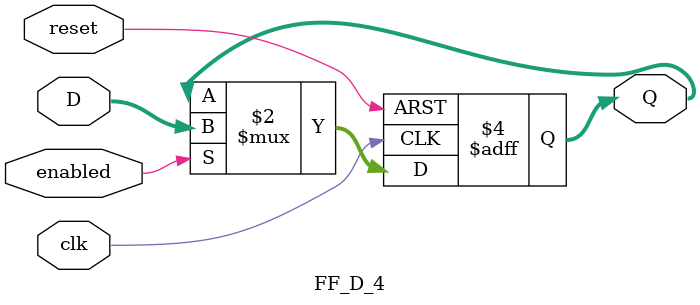
<source format=v>
module FF_D_4 (input clk, reset, enabled, input [3:0] D, output reg [3:0] Q);

    always @ (posedge clk, posedge reset)
        if (reset)
            Q <= 4'b0000;
        else if (enabled)
            Q <= D;

endmodule

</source>
